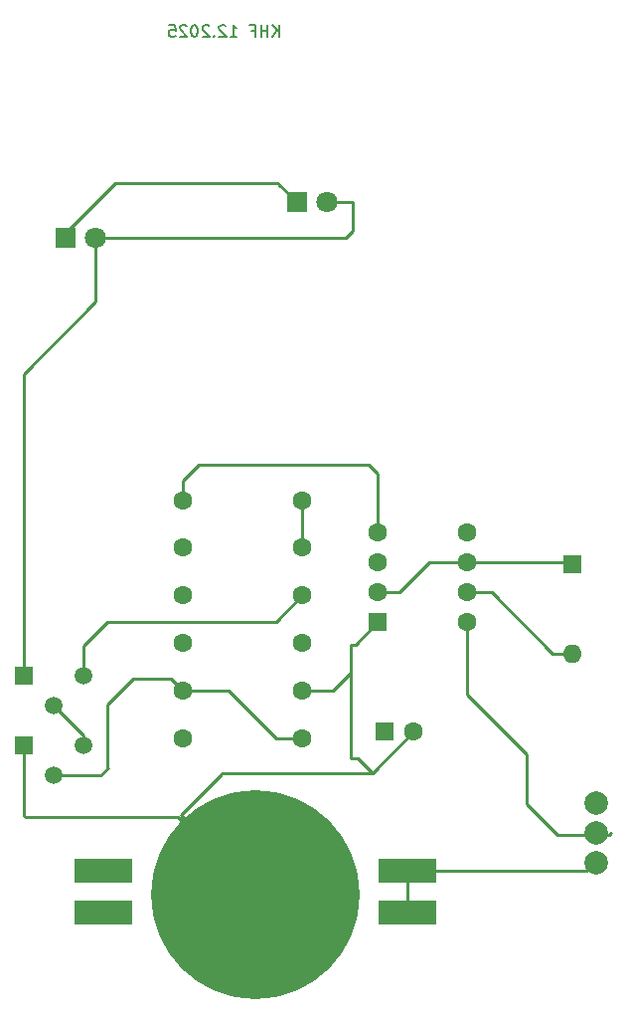
<source format=gbr>
%TF.GenerationSoftware,KiCad,Pcbnew,9.0.6*%
%TF.CreationDate,2025-11-30T13:40:04+01:00*%
%TF.ProjectId,Pinguin,50696e67-7569-46e2-9e6b-696361645f70,rev?*%
%TF.SameCoordinates,Original*%
%TF.FileFunction,Copper,L2,Bot*%
%TF.FilePolarity,Positive*%
%FSLAX46Y46*%
G04 Gerber Fmt 4.6, Leading zero omitted, Abs format (unit mm)*
G04 Created by KiCad (PCBNEW 9.0.6) date 2025-11-30 13:40:04*
%MOMM*%
%LPD*%
G01*
G04 APERTURE LIST*
G04 Aperture macros list*
%AMRoundRect*
0 Rectangle with rounded corners*
0 $1 Rounding radius*
0 $2 $3 $4 $5 $6 $7 $8 $9 X,Y pos of 4 corners*
0 Add a 4 corners polygon primitive as box body*
4,1,4,$2,$3,$4,$5,$6,$7,$8,$9,$2,$3,0*
0 Add four circle primitives for the rounded corners*
1,1,$1+$1,$2,$3*
1,1,$1+$1,$4,$5*
1,1,$1+$1,$6,$7*
1,1,$1+$1,$8,$9*
0 Add four rect primitives between the rounded corners*
20,1,$1+$1,$2,$3,$4,$5,0*
20,1,$1+$1,$4,$5,$6,$7,0*
20,1,$1+$1,$6,$7,$8,$9,0*
20,1,$1+$1,$8,$9,$2,$3,0*%
G04 Aperture macros list end*
%ADD10C,0.200000*%
%TA.AperFunction,NonConductor*%
%ADD11C,0.200000*%
%TD*%
%TA.AperFunction,SMDPad,CuDef*%
%ADD12R,5.000000X2.000000*%
%TD*%
%TA.AperFunction,SMDPad,CuDef*%
%ADD13C,17.780000*%
%TD*%
%TA.AperFunction,ComponentPad*%
%ADD14RoundRect,0.250000X-0.550000X-0.550000X0.550000X-0.550000X0.550000X0.550000X-0.550000X0.550000X0*%
%TD*%
%TA.AperFunction,ComponentPad*%
%ADD15C,1.600000*%
%TD*%
%TA.AperFunction,ComponentPad*%
%ADD16C,2.000000*%
%TD*%
%TA.AperFunction,ComponentPad*%
%ADD17R,1.500000X1.500000*%
%TD*%
%TA.AperFunction,ComponentPad*%
%ADD18C,1.500000*%
%TD*%
%TA.AperFunction,ComponentPad*%
%ADD19R,1.600000X1.600000*%
%TD*%
%TA.AperFunction,ComponentPad*%
%ADD20O,1.600000X1.600000*%
%TD*%
%TA.AperFunction,ComponentPad*%
%ADD21R,1.800000X1.800000*%
%TD*%
%TA.AperFunction,ComponentPad*%
%ADD22C,1.800000*%
%TD*%
%TA.AperFunction,Conductor*%
%ADD23C,0.250000*%
%TD*%
G04 APERTURE END LIST*
D10*
D11*
X105430326Y-52417219D02*
X105430326Y-51417219D01*
X104858898Y-52417219D02*
X105287469Y-51845790D01*
X104858898Y-51417219D02*
X105430326Y-51988647D01*
X104430326Y-52417219D02*
X104430326Y-51417219D01*
X104430326Y-51893409D02*
X103858898Y-51893409D01*
X103858898Y-52417219D02*
X103858898Y-51417219D01*
X103049374Y-51893409D02*
X103382707Y-51893409D01*
X103382707Y-52417219D02*
X103382707Y-51417219D01*
X103382707Y-51417219D02*
X102906517Y-51417219D01*
X101239850Y-52417219D02*
X101811278Y-52417219D01*
X101525564Y-52417219D02*
X101525564Y-51417219D01*
X101525564Y-51417219D02*
X101620802Y-51560076D01*
X101620802Y-51560076D02*
X101716040Y-51655314D01*
X101716040Y-51655314D02*
X101811278Y-51702933D01*
X100858897Y-51512457D02*
X100811278Y-51464838D01*
X100811278Y-51464838D02*
X100716040Y-51417219D01*
X100716040Y-51417219D02*
X100477945Y-51417219D01*
X100477945Y-51417219D02*
X100382707Y-51464838D01*
X100382707Y-51464838D02*
X100335088Y-51512457D01*
X100335088Y-51512457D02*
X100287469Y-51607695D01*
X100287469Y-51607695D02*
X100287469Y-51702933D01*
X100287469Y-51702933D02*
X100335088Y-51845790D01*
X100335088Y-51845790D02*
X100906516Y-52417219D01*
X100906516Y-52417219D02*
X100287469Y-52417219D01*
X99858897Y-52321980D02*
X99811278Y-52369600D01*
X99811278Y-52369600D02*
X99858897Y-52417219D01*
X99858897Y-52417219D02*
X99906516Y-52369600D01*
X99906516Y-52369600D02*
X99858897Y-52321980D01*
X99858897Y-52321980D02*
X99858897Y-52417219D01*
X99430326Y-51512457D02*
X99382707Y-51464838D01*
X99382707Y-51464838D02*
X99287469Y-51417219D01*
X99287469Y-51417219D02*
X99049374Y-51417219D01*
X99049374Y-51417219D02*
X98954136Y-51464838D01*
X98954136Y-51464838D02*
X98906517Y-51512457D01*
X98906517Y-51512457D02*
X98858898Y-51607695D01*
X98858898Y-51607695D02*
X98858898Y-51702933D01*
X98858898Y-51702933D02*
X98906517Y-51845790D01*
X98906517Y-51845790D02*
X99477945Y-52417219D01*
X99477945Y-52417219D02*
X98858898Y-52417219D01*
X98239850Y-51417219D02*
X98144612Y-51417219D01*
X98144612Y-51417219D02*
X98049374Y-51464838D01*
X98049374Y-51464838D02*
X98001755Y-51512457D01*
X98001755Y-51512457D02*
X97954136Y-51607695D01*
X97954136Y-51607695D02*
X97906517Y-51798171D01*
X97906517Y-51798171D02*
X97906517Y-52036266D01*
X97906517Y-52036266D02*
X97954136Y-52226742D01*
X97954136Y-52226742D02*
X98001755Y-52321980D01*
X98001755Y-52321980D02*
X98049374Y-52369600D01*
X98049374Y-52369600D02*
X98144612Y-52417219D01*
X98144612Y-52417219D02*
X98239850Y-52417219D01*
X98239850Y-52417219D02*
X98335088Y-52369600D01*
X98335088Y-52369600D02*
X98382707Y-52321980D01*
X98382707Y-52321980D02*
X98430326Y-52226742D01*
X98430326Y-52226742D02*
X98477945Y-52036266D01*
X98477945Y-52036266D02*
X98477945Y-51798171D01*
X98477945Y-51798171D02*
X98430326Y-51607695D01*
X98430326Y-51607695D02*
X98382707Y-51512457D01*
X98382707Y-51512457D02*
X98335088Y-51464838D01*
X98335088Y-51464838D02*
X98239850Y-51417219D01*
X97525564Y-51512457D02*
X97477945Y-51464838D01*
X97477945Y-51464838D02*
X97382707Y-51417219D01*
X97382707Y-51417219D02*
X97144612Y-51417219D01*
X97144612Y-51417219D02*
X97049374Y-51464838D01*
X97049374Y-51464838D02*
X97001755Y-51512457D01*
X97001755Y-51512457D02*
X96954136Y-51607695D01*
X96954136Y-51607695D02*
X96954136Y-51702933D01*
X96954136Y-51702933D02*
X97001755Y-51845790D01*
X97001755Y-51845790D02*
X97573183Y-52417219D01*
X97573183Y-52417219D02*
X96954136Y-52417219D01*
X96049374Y-51417219D02*
X96525564Y-51417219D01*
X96525564Y-51417219D02*
X96573183Y-51893409D01*
X96573183Y-51893409D02*
X96525564Y-51845790D01*
X96525564Y-51845790D02*
X96430326Y-51798171D01*
X96430326Y-51798171D02*
X96192231Y-51798171D01*
X96192231Y-51798171D02*
X96096993Y-51845790D01*
X96096993Y-51845790D02*
X96049374Y-51893409D01*
X96049374Y-51893409D02*
X96001755Y-51988647D01*
X96001755Y-51988647D02*
X96001755Y-52226742D01*
X96001755Y-52226742D02*
X96049374Y-52321980D01*
X96049374Y-52321980D02*
X96096993Y-52369600D01*
X96096993Y-52369600D02*
X96192231Y-52417219D01*
X96192231Y-52417219D02*
X96430326Y-52417219D01*
X96430326Y-52417219D02*
X96525564Y-52369600D01*
X96525564Y-52369600D02*
X96573183Y-52321980D01*
D12*
%TO.P,U2,*%
%TO.N,*%
X90446000Y-126974000D03*
X90446000Y-123418000D03*
%TO.P,U2,1*%
%TO.N,Net-(S1-A-Pad1)*%
X116340000Y-126974000D03*
X116340000Y-123418000D03*
D13*
%TO.P,U2,2*%
%TO.N,Net-(D1-K)*%
X103400000Y-125450000D03*
%TD*%
D14*
%TO.P,NE555,1,GND*%
%TO.N,Net-(D1-K)*%
X113800000Y-102250000D03*
D15*
%TO.P,NE555,2,TR*%
%TO.N,Net-(D3-K)*%
X113800000Y-99710000D03*
%TO.P,NE555,3,Q*%
%TO.N,unconnected-(U1-Q-Pad3)*%
X113800000Y-97170000D03*
%TO.P,NE555,4,R*%
%TO.N,Net-(S1-E)*%
X113800000Y-94630000D03*
%TO.P,NE555,5,CV*%
%TO.N,unconnected-(U1-CV-Pad5)*%
X121420000Y-94630000D03*
%TO.P,NE555,6,THR*%
%TO.N,Net-(D3-K)*%
X121420000Y-97170000D03*
%TO.P,NE555,7,DIS*%
%TO.N,Net-(D3-A)*%
X121420000Y-99710000D03*
%TO.P,NE555,8,VCC*%
%TO.N,Net-(S1-E)*%
X121420000Y-102250000D03*
%TD*%
D16*
%TO.P,S1,1,A*%
%TO.N,Net-(S1-A-Pad1)*%
X132450000Y-122700000D03*
%TO.P,S1,2,E*%
%TO.N,Net-(S1-E)*%
X132450000Y-120160000D03*
%TO.P,S1,3,A*%
%TO.N,unconnected-(S1-A-Pad3)*%
X132450000Y-117620000D03*
%TD*%
D15*
%TO.P,R7,1*%
%TO.N,Net-(D3-K)*%
X97220000Y-95900000D03*
%TO.P,R7,2*%
%TO.N,Net-(D3-A)*%
X107380000Y-95900000D03*
%TD*%
%TO.P,R6,1*%
%TO.N,Net-(S1-E)*%
X97220000Y-99950000D03*
%TO.P,R6,2*%
%TO.N,Net-(Q2-C)*%
X107380000Y-99950000D03*
%TD*%
%TO.P,R5,1*%
%TO.N,Net-(S1-E)*%
X97220000Y-104000000D03*
%TO.P,R5,2*%
%TO.N,Net-(Q1-C)*%
X107380000Y-104000000D03*
%TD*%
%TO.P,R4,1*%
%TO.N,Net-(Q1-B)*%
X97220000Y-108050000D03*
%TO.P,R4,2*%
%TO.N,Net-(D1-K)*%
X107380000Y-108050000D03*
%TD*%
%TO.P,R3,1*%
%TO.N,Net-(D3-K)*%
X97220000Y-112100000D03*
%TO.P,R3,2*%
%TO.N,Net-(Q1-B)*%
X107380000Y-112100000D03*
%TD*%
%TO.P,R1off1,1*%
%TO.N,Net-(S1-E)*%
X97220000Y-91850000D03*
%TO.P,R1off1,2*%
%TO.N,Net-(D3-A)*%
X107380000Y-91850000D03*
%TD*%
D17*
%TO.P,Q2,1,E*%
%TO.N,Net-(D1-A)*%
X83650000Y-106800000D03*
D18*
%TO.P,Q2,2,B*%
%TO.N,Net-(Q1-C)*%
X86190000Y-109340000D03*
%TO.P,Q2,3,C*%
%TO.N,Net-(Q2-C)*%
X88730000Y-106800000D03*
%TD*%
D17*
%TO.P,Q1,1,E*%
%TO.N,Net-(D1-K)*%
X83650000Y-112742385D03*
D18*
%TO.P,Q1,2,B*%
%TO.N,Net-(Q1-B)*%
X86190000Y-115282385D03*
%TO.P,Q1,3,C*%
%TO.N,Net-(Q1-C)*%
X88730000Y-112742385D03*
%TD*%
D19*
%TO.P,1N4148,1,K*%
%TO.N,Net-(D3-K)*%
X130400000Y-97300000D03*
D20*
%TO.P,1N4148,2,A*%
%TO.N,Net-(D3-A)*%
X130400000Y-104920000D03*
%TD*%
D21*
%TO.P,D2,1,K*%
%TO.N,Net-(D1-K)*%
X87250000Y-69500000D03*
D22*
%TO.P,D2,2,A*%
%TO.N,Net-(D1-A)*%
X89790000Y-69500000D03*
%TD*%
D21*
%TO.P,D1,1,K*%
%TO.N,Net-(D1-K)*%
X106950000Y-66500000D03*
D22*
%TO.P,D1,2,A*%
%TO.N,Net-(D1-A)*%
X109490000Y-66500000D03*
%TD*%
D14*
%TO.P,C1,1*%
%TO.N,Net-(D3-K)*%
X114350000Y-111550000D03*
D15*
%TO.P,C1,2*%
%TO.N,Net-(D1-K)*%
X116850000Y-111550000D03*
%TD*%
D23*
%TO.N,Net-(S1-A-Pad1)*%
X116340000Y-123418000D02*
X116340000Y-126974000D01*
X131607000Y-123418000D02*
X116340000Y-123418000D01*
X132325000Y-122700000D02*
X131607000Y-123418000D01*
X132450000Y-122700000D02*
X132325000Y-122700000D01*
%TO.N,Net-(Q1-B)*%
X101125000Y-108050000D02*
X105175000Y-112100000D01*
X97220000Y-108050000D02*
X101125000Y-108050000D01*
X105175000Y-112100000D02*
X107380000Y-112100000D01*
%TO.N,Net-(S1-E)*%
X133550000Y-120350000D02*
X133700000Y-120200000D01*
X133450000Y-120350000D02*
X133550000Y-120350000D01*
X129150000Y-120350000D02*
X133450000Y-120350000D01*
X126475000Y-117675000D02*
X129150000Y-120350000D01*
X126475000Y-113450000D02*
X126475000Y-117675000D01*
X121420000Y-108395000D02*
X126475000Y-113450000D01*
X121420000Y-102250000D02*
X121420000Y-108395000D01*
%TO.N,Net-(Q2-C)*%
X88730000Y-104270000D02*
X88730000Y-106800000D01*
X90800000Y-102200000D02*
X88730000Y-104270000D01*
X105130000Y-102200000D02*
X90800000Y-102200000D01*
X107380000Y-99950000D02*
X105130000Y-102200000D01*
%TO.N,Net-(Q1-C)*%
X88730000Y-111880000D02*
X88730000Y-112742385D01*
X86190000Y-109340000D02*
X88730000Y-111880000D01*
%TO.N,Net-(Q1-B)*%
X90192615Y-115282385D02*
X86190000Y-115282385D01*
X90800000Y-109225000D02*
X90800000Y-114625000D01*
X93000000Y-107025000D02*
X90800000Y-109225000D01*
X90825000Y-114650000D02*
X90192615Y-115282385D01*
X96195000Y-107025000D02*
X93000000Y-107025000D01*
X90800000Y-114625000D02*
X90825000Y-114650000D01*
X97220000Y-108050000D02*
X96195000Y-107025000D01*
%TO.N,Net-(D1-A)*%
X83650000Y-81125000D02*
X83650000Y-106800000D01*
X89790000Y-74985000D02*
X83650000Y-81125000D01*
X89790000Y-69500000D02*
X89790000Y-74985000D01*
X111650000Y-68950000D02*
X111100000Y-69500000D01*
X111650000Y-66500000D02*
X111650000Y-68950000D01*
X111650000Y-66500000D02*
X109490000Y-66500000D01*
X89790000Y-69500000D02*
X111100000Y-69500000D01*
%TO.N,Net-(D1-K)*%
X105375000Y-64925000D02*
X106950000Y-66500000D01*
X91450000Y-64900000D02*
X105375000Y-64900000D01*
X105375000Y-64900000D02*
X105375000Y-64925000D01*
X87250000Y-69100000D02*
X91450000Y-64900000D01*
X87250000Y-69500000D02*
X87250000Y-69100000D01*
%TO.N,Net-(S1-E)*%
X113025000Y-88825000D02*
X113800000Y-89600000D01*
X113800000Y-89600000D02*
X113800000Y-94630000D01*
X98600000Y-88825000D02*
X113025000Y-88825000D01*
X97220000Y-91850000D02*
X97220000Y-90205000D01*
X97220000Y-90205000D02*
X98600000Y-88825000D01*
%TO.N,Net-(D3-A)*%
X107380000Y-91850000D02*
X107380000Y-95900000D01*
%TO.N,Net-(D1-K)*%
X110025000Y-108050000D02*
X111525000Y-106550000D01*
X107380000Y-108050000D02*
X110025000Y-108050000D01*
X111525000Y-106550000D02*
X111525000Y-113825000D01*
%TO.N,Net-(D3-K)*%
X118230000Y-97170000D02*
X121420000Y-97170000D01*
X115690000Y-99710000D02*
X118230000Y-97170000D01*
X113800000Y-99710000D02*
X115690000Y-99710000D01*
%TO.N,Net-(D1-K)*%
X112125000Y-113825000D02*
X111525000Y-113825000D01*
X113350000Y-115050000D02*
X112125000Y-113825000D01*
X103400000Y-125000000D02*
X103400000Y-125450000D01*
X97025000Y-118625000D02*
X103400000Y-125000000D01*
X100475000Y-115050000D02*
X100475000Y-115175000D01*
X116850000Y-111550000D02*
X113350000Y-115050000D01*
X113350000Y-115050000D02*
X100475000Y-115050000D01*
X100475000Y-115175000D02*
X97025000Y-118625000D01*
X111525000Y-104150000D02*
X111525000Y-106550000D01*
X111900000Y-104150000D02*
X111525000Y-104150000D01*
X113800000Y-102250000D02*
X111900000Y-104150000D01*
X96750000Y-118800000D02*
X103400000Y-125450000D01*
X83775000Y-118800000D02*
X96750000Y-118800000D01*
X83650000Y-118675000D02*
X83775000Y-118800000D01*
X83650000Y-112742385D02*
X83650000Y-118675000D01*
%TO.N,Net-(D3-A)*%
X128720000Y-104920000D02*
X130400000Y-104920000D01*
X121420000Y-99710000D02*
X123510000Y-99710000D01*
X123510000Y-99710000D02*
X128720000Y-104920000D01*
%TO.N,Net-(D3-K)*%
X130270000Y-97170000D02*
X130400000Y-97300000D01*
X121420000Y-97170000D02*
X130270000Y-97170000D01*
%TD*%
M02*

</source>
